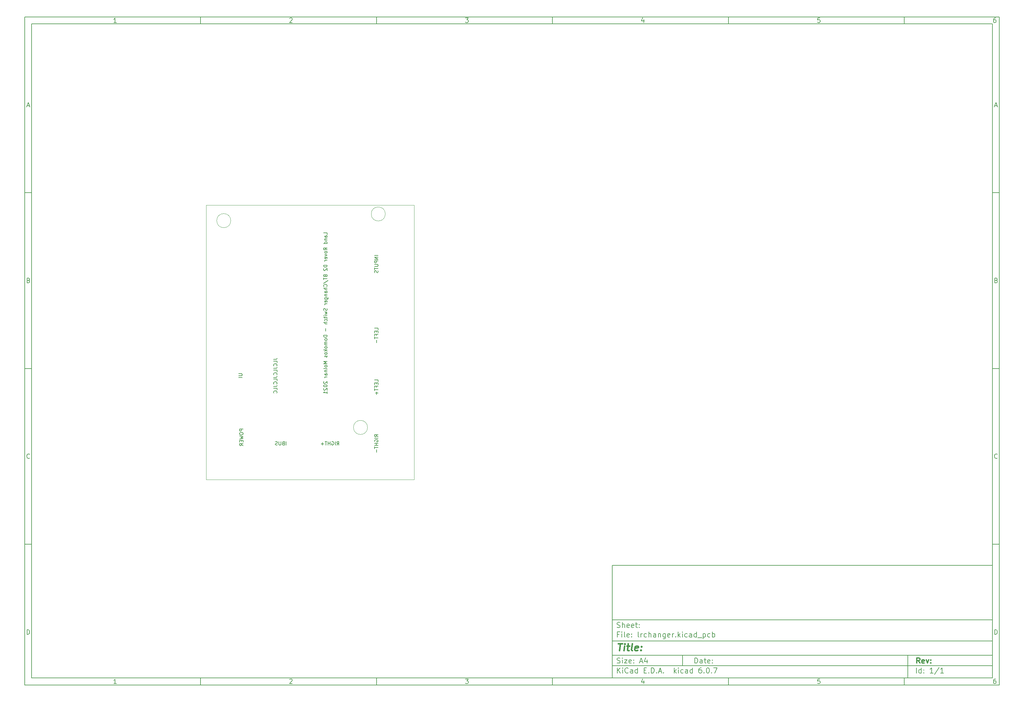
<source format=gbr>
%TF.GenerationSoftware,KiCad,Pcbnew,6.0.7*%
%TF.CreationDate,2022-10-17T15:43:20+02:00*%
%TF.ProjectId,lrchanger,6c726368-616e-4676-9572-2e6b69636164,rev?*%
%TF.SameCoordinates,Original*%
%TF.FileFunction,Legend,Bot*%
%TF.FilePolarity,Positive*%
%FSLAX46Y46*%
G04 Gerber Fmt 4.6, Leading zero omitted, Abs format (unit mm)*
G04 Created by KiCad (PCBNEW 6.0.7) date 2022-10-17 15:43:20*
%MOMM*%
%LPD*%
G01*
G04 APERTURE LIST*
%ADD10C,0.100000*%
%ADD11C,0.150000*%
%ADD12C,0.300000*%
%ADD13C,0.400000*%
%TA.AperFunction,Profile*%
%ADD14C,0.050000*%
%TD*%
G04 APERTURE END LIST*
D10*
D11*
X177002200Y-166007200D02*
X177002200Y-198007200D01*
X285002200Y-198007200D01*
X285002200Y-166007200D01*
X177002200Y-166007200D01*
D10*
D11*
X10000000Y-10000000D02*
X10000000Y-200007200D01*
X287002200Y-200007200D01*
X287002200Y-10000000D01*
X10000000Y-10000000D01*
D10*
D11*
X12000000Y-12000000D02*
X12000000Y-198007200D01*
X285002200Y-198007200D01*
X285002200Y-12000000D01*
X12000000Y-12000000D01*
D10*
D11*
X60000000Y-12000000D02*
X60000000Y-10000000D01*
D10*
D11*
X110000000Y-12000000D02*
X110000000Y-10000000D01*
D10*
D11*
X160000000Y-12000000D02*
X160000000Y-10000000D01*
D10*
D11*
X210000000Y-12000000D02*
X210000000Y-10000000D01*
D10*
D11*
X260000000Y-12000000D02*
X260000000Y-10000000D01*
D10*
D11*
X36065476Y-11588095D02*
X35322619Y-11588095D01*
X35694047Y-11588095D02*
X35694047Y-10288095D01*
X35570238Y-10473809D01*
X35446428Y-10597619D01*
X35322619Y-10659523D01*
D10*
D11*
X85322619Y-10411904D02*
X85384523Y-10350000D01*
X85508333Y-10288095D01*
X85817857Y-10288095D01*
X85941666Y-10350000D01*
X86003571Y-10411904D01*
X86065476Y-10535714D01*
X86065476Y-10659523D01*
X86003571Y-10845238D01*
X85260714Y-11588095D01*
X86065476Y-11588095D01*
D10*
D11*
X135260714Y-10288095D02*
X136065476Y-10288095D01*
X135632142Y-10783333D01*
X135817857Y-10783333D01*
X135941666Y-10845238D01*
X136003571Y-10907142D01*
X136065476Y-11030952D01*
X136065476Y-11340476D01*
X136003571Y-11464285D01*
X135941666Y-11526190D01*
X135817857Y-11588095D01*
X135446428Y-11588095D01*
X135322619Y-11526190D01*
X135260714Y-11464285D01*
D10*
D11*
X185941666Y-10721428D02*
X185941666Y-11588095D01*
X185632142Y-10226190D02*
X185322619Y-11154761D01*
X186127380Y-11154761D01*
D10*
D11*
X236003571Y-10288095D02*
X235384523Y-10288095D01*
X235322619Y-10907142D01*
X235384523Y-10845238D01*
X235508333Y-10783333D01*
X235817857Y-10783333D01*
X235941666Y-10845238D01*
X236003571Y-10907142D01*
X236065476Y-11030952D01*
X236065476Y-11340476D01*
X236003571Y-11464285D01*
X235941666Y-11526190D01*
X235817857Y-11588095D01*
X235508333Y-11588095D01*
X235384523Y-11526190D01*
X235322619Y-11464285D01*
D10*
D11*
X285941666Y-10288095D02*
X285694047Y-10288095D01*
X285570238Y-10350000D01*
X285508333Y-10411904D01*
X285384523Y-10597619D01*
X285322619Y-10845238D01*
X285322619Y-11340476D01*
X285384523Y-11464285D01*
X285446428Y-11526190D01*
X285570238Y-11588095D01*
X285817857Y-11588095D01*
X285941666Y-11526190D01*
X286003571Y-11464285D01*
X286065476Y-11340476D01*
X286065476Y-11030952D01*
X286003571Y-10907142D01*
X285941666Y-10845238D01*
X285817857Y-10783333D01*
X285570238Y-10783333D01*
X285446428Y-10845238D01*
X285384523Y-10907142D01*
X285322619Y-11030952D01*
D10*
D11*
X60000000Y-198007200D02*
X60000000Y-200007200D01*
D10*
D11*
X110000000Y-198007200D02*
X110000000Y-200007200D01*
D10*
D11*
X160000000Y-198007200D02*
X160000000Y-200007200D01*
D10*
D11*
X210000000Y-198007200D02*
X210000000Y-200007200D01*
D10*
D11*
X260000000Y-198007200D02*
X260000000Y-200007200D01*
D10*
D11*
X36065476Y-199595295D02*
X35322619Y-199595295D01*
X35694047Y-199595295D02*
X35694047Y-198295295D01*
X35570238Y-198481009D01*
X35446428Y-198604819D01*
X35322619Y-198666723D01*
D10*
D11*
X85322619Y-198419104D02*
X85384523Y-198357200D01*
X85508333Y-198295295D01*
X85817857Y-198295295D01*
X85941666Y-198357200D01*
X86003571Y-198419104D01*
X86065476Y-198542914D01*
X86065476Y-198666723D01*
X86003571Y-198852438D01*
X85260714Y-199595295D01*
X86065476Y-199595295D01*
D10*
D11*
X135260714Y-198295295D02*
X136065476Y-198295295D01*
X135632142Y-198790533D01*
X135817857Y-198790533D01*
X135941666Y-198852438D01*
X136003571Y-198914342D01*
X136065476Y-199038152D01*
X136065476Y-199347676D01*
X136003571Y-199471485D01*
X135941666Y-199533390D01*
X135817857Y-199595295D01*
X135446428Y-199595295D01*
X135322619Y-199533390D01*
X135260714Y-199471485D01*
D10*
D11*
X185941666Y-198728628D02*
X185941666Y-199595295D01*
X185632142Y-198233390D02*
X185322619Y-199161961D01*
X186127380Y-199161961D01*
D10*
D11*
X236003571Y-198295295D02*
X235384523Y-198295295D01*
X235322619Y-198914342D01*
X235384523Y-198852438D01*
X235508333Y-198790533D01*
X235817857Y-198790533D01*
X235941666Y-198852438D01*
X236003571Y-198914342D01*
X236065476Y-199038152D01*
X236065476Y-199347676D01*
X236003571Y-199471485D01*
X235941666Y-199533390D01*
X235817857Y-199595295D01*
X235508333Y-199595295D01*
X235384523Y-199533390D01*
X235322619Y-199471485D01*
D10*
D11*
X285941666Y-198295295D02*
X285694047Y-198295295D01*
X285570238Y-198357200D01*
X285508333Y-198419104D01*
X285384523Y-198604819D01*
X285322619Y-198852438D01*
X285322619Y-199347676D01*
X285384523Y-199471485D01*
X285446428Y-199533390D01*
X285570238Y-199595295D01*
X285817857Y-199595295D01*
X285941666Y-199533390D01*
X286003571Y-199471485D01*
X286065476Y-199347676D01*
X286065476Y-199038152D01*
X286003571Y-198914342D01*
X285941666Y-198852438D01*
X285817857Y-198790533D01*
X285570238Y-198790533D01*
X285446428Y-198852438D01*
X285384523Y-198914342D01*
X285322619Y-199038152D01*
D10*
D11*
X10000000Y-60000000D02*
X12000000Y-60000000D01*
D10*
D11*
X10000000Y-110000000D02*
X12000000Y-110000000D01*
D10*
D11*
X10000000Y-160000000D02*
X12000000Y-160000000D01*
D10*
D11*
X10690476Y-35216666D02*
X11309523Y-35216666D01*
X10566666Y-35588095D02*
X11000000Y-34288095D01*
X11433333Y-35588095D01*
D10*
D11*
X11092857Y-84907142D02*
X11278571Y-84969047D01*
X11340476Y-85030952D01*
X11402380Y-85154761D01*
X11402380Y-85340476D01*
X11340476Y-85464285D01*
X11278571Y-85526190D01*
X11154761Y-85588095D01*
X10659523Y-85588095D01*
X10659523Y-84288095D01*
X11092857Y-84288095D01*
X11216666Y-84350000D01*
X11278571Y-84411904D01*
X11340476Y-84535714D01*
X11340476Y-84659523D01*
X11278571Y-84783333D01*
X11216666Y-84845238D01*
X11092857Y-84907142D01*
X10659523Y-84907142D01*
D10*
D11*
X11402380Y-135464285D02*
X11340476Y-135526190D01*
X11154761Y-135588095D01*
X11030952Y-135588095D01*
X10845238Y-135526190D01*
X10721428Y-135402380D01*
X10659523Y-135278571D01*
X10597619Y-135030952D01*
X10597619Y-134845238D01*
X10659523Y-134597619D01*
X10721428Y-134473809D01*
X10845238Y-134350000D01*
X11030952Y-134288095D01*
X11154761Y-134288095D01*
X11340476Y-134350000D01*
X11402380Y-134411904D01*
D10*
D11*
X10659523Y-185588095D02*
X10659523Y-184288095D01*
X10969047Y-184288095D01*
X11154761Y-184350000D01*
X11278571Y-184473809D01*
X11340476Y-184597619D01*
X11402380Y-184845238D01*
X11402380Y-185030952D01*
X11340476Y-185278571D01*
X11278571Y-185402380D01*
X11154761Y-185526190D01*
X10969047Y-185588095D01*
X10659523Y-185588095D01*
D10*
D11*
X287002200Y-60000000D02*
X285002200Y-60000000D01*
D10*
D11*
X287002200Y-110000000D02*
X285002200Y-110000000D01*
D10*
D11*
X287002200Y-160000000D02*
X285002200Y-160000000D01*
D10*
D11*
X285692676Y-35216666D02*
X286311723Y-35216666D01*
X285568866Y-35588095D02*
X286002200Y-34288095D01*
X286435533Y-35588095D01*
D10*
D11*
X286095057Y-84907142D02*
X286280771Y-84969047D01*
X286342676Y-85030952D01*
X286404580Y-85154761D01*
X286404580Y-85340476D01*
X286342676Y-85464285D01*
X286280771Y-85526190D01*
X286156961Y-85588095D01*
X285661723Y-85588095D01*
X285661723Y-84288095D01*
X286095057Y-84288095D01*
X286218866Y-84350000D01*
X286280771Y-84411904D01*
X286342676Y-84535714D01*
X286342676Y-84659523D01*
X286280771Y-84783333D01*
X286218866Y-84845238D01*
X286095057Y-84907142D01*
X285661723Y-84907142D01*
D10*
D11*
X286404580Y-135464285D02*
X286342676Y-135526190D01*
X286156961Y-135588095D01*
X286033152Y-135588095D01*
X285847438Y-135526190D01*
X285723628Y-135402380D01*
X285661723Y-135278571D01*
X285599819Y-135030952D01*
X285599819Y-134845238D01*
X285661723Y-134597619D01*
X285723628Y-134473809D01*
X285847438Y-134350000D01*
X286033152Y-134288095D01*
X286156961Y-134288095D01*
X286342676Y-134350000D01*
X286404580Y-134411904D01*
D10*
D11*
X285661723Y-185588095D02*
X285661723Y-184288095D01*
X285971247Y-184288095D01*
X286156961Y-184350000D01*
X286280771Y-184473809D01*
X286342676Y-184597619D01*
X286404580Y-184845238D01*
X286404580Y-185030952D01*
X286342676Y-185278571D01*
X286280771Y-185402380D01*
X286156961Y-185526190D01*
X285971247Y-185588095D01*
X285661723Y-185588095D01*
D10*
D11*
X200434342Y-193785771D02*
X200434342Y-192285771D01*
X200791485Y-192285771D01*
X201005771Y-192357200D01*
X201148628Y-192500057D01*
X201220057Y-192642914D01*
X201291485Y-192928628D01*
X201291485Y-193142914D01*
X201220057Y-193428628D01*
X201148628Y-193571485D01*
X201005771Y-193714342D01*
X200791485Y-193785771D01*
X200434342Y-193785771D01*
X202577200Y-193785771D02*
X202577200Y-193000057D01*
X202505771Y-192857200D01*
X202362914Y-192785771D01*
X202077200Y-192785771D01*
X201934342Y-192857200D01*
X202577200Y-193714342D02*
X202434342Y-193785771D01*
X202077200Y-193785771D01*
X201934342Y-193714342D01*
X201862914Y-193571485D01*
X201862914Y-193428628D01*
X201934342Y-193285771D01*
X202077200Y-193214342D01*
X202434342Y-193214342D01*
X202577200Y-193142914D01*
X203077200Y-192785771D02*
X203648628Y-192785771D01*
X203291485Y-192285771D02*
X203291485Y-193571485D01*
X203362914Y-193714342D01*
X203505771Y-193785771D01*
X203648628Y-193785771D01*
X204720057Y-193714342D02*
X204577200Y-193785771D01*
X204291485Y-193785771D01*
X204148628Y-193714342D01*
X204077200Y-193571485D01*
X204077200Y-193000057D01*
X204148628Y-192857200D01*
X204291485Y-192785771D01*
X204577200Y-192785771D01*
X204720057Y-192857200D01*
X204791485Y-193000057D01*
X204791485Y-193142914D01*
X204077200Y-193285771D01*
X205434342Y-193642914D02*
X205505771Y-193714342D01*
X205434342Y-193785771D01*
X205362914Y-193714342D01*
X205434342Y-193642914D01*
X205434342Y-193785771D01*
X205434342Y-192857200D02*
X205505771Y-192928628D01*
X205434342Y-193000057D01*
X205362914Y-192928628D01*
X205434342Y-192857200D01*
X205434342Y-193000057D01*
D10*
D11*
X177002200Y-194507200D02*
X285002200Y-194507200D01*
D10*
D11*
X178434342Y-196585771D02*
X178434342Y-195085771D01*
X179291485Y-196585771D02*
X178648628Y-195728628D01*
X179291485Y-195085771D02*
X178434342Y-195942914D01*
X179934342Y-196585771D02*
X179934342Y-195585771D01*
X179934342Y-195085771D02*
X179862914Y-195157200D01*
X179934342Y-195228628D01*
X180005771Y-195157200D01*
X179934342Y-195085771D01*
X179934342Y-195228628D01*
X181505771Y-196442914D02*
X181434342Y-196514342D01*
X181220057Y-196585771D01*
X181077200Y-196585771D01*
X180862914Y-196514342D01*
X180720057Y-196371485D01*
X180648628Y-196228628D01*
X180577200Y-195942914D01*
X180577200Y-195728628D01*
X180648628Y-195442914D01*
X180720057Y-195300057D01*
X180862914Y-195157200D01*
X181077200Y-195085771D01*
X181220057Y-195085771D01*
X181434342Y-195157200D01*
X181505771Y-195228628D01*
X182791485Y-196585771D02*
X182791485Y-195800057D01*
X182720057Y-195657200D01*
X182577200Y-195585771D01*
X182291485Y-195585771D01*
X182148628Y-195657200D01*
X182791485Y-196514342D02*
X182648628Y-196585771D01*
X182291485Y-196585771D01*
X182148628Y-196514342D01*
X182077200Y-196371485D01*
X182077200Y-196228628D01*
X182148628Y-196085771D01*
X182291485Y-196014342D01*
X182648628Y-196014342D01*
X182791485Y-195942914D01*
X184148628Y-196585771D02*
X184148628Y-195085771D01*
X184148628Y-196514342D02*
X184005771Y-196585771D01*
X183720057Y-196585771D01*
X183577200Y-196514342D01*
X183505771Y-196442914D01*
X183434342Y-196300057D01*
X183434342Y-195871485D01*
X183505771Y-195728628D01*
X183577200Y-195657200D01*
X183720057Y-195585771D01*
X184005771Y-195585771D01*
X184148628Y-195657200D01*
X186005771Y-195800057D02*
X186505771Y-195800057D01*
X186720057Y-196585771D02*
X186005771Y-196585771D01*
X186005771Y-195085771D01*
X186720057Y-195085771D01*
X187362914Y-196442914D02*
X187434342Y-196514342D01*
X187362914Y-196585771D01*
X187291485Y-196514342D01*
X187362914Y-196442914D01*
X187362914Y-196585771D01*
X188077200Y-196585771D02*
X188077200Y-195085771D01*
X188434342Y-195085771D01*
X188648628Y-195157200D01*
X188791485Y-195300057D01*
X188862914Y-195442914D01*
X188934342Y-195728628D01*
X188934342Y-195942914D01*
X188862914Y-196228628D01*
X188791485Y-196371485D01*
X188648628Y-196514342D01*
X188434342Y-196585771D01*
X188077200Y-196585771D01*
X189577200Y-196442914D02*
X189648628Y-196514342D01*
X189577200Y-196585771D01*
X189505771Y-196514342D01*
X189577200Y-196442914D01*
X189577200Y-196585771D01*
X190220057Y-196157200D02*
X190934342Y-196157200D01*
X190077200Y-196585771D02*
X190577200Y-195085771D01*
X191077200Y-196585771D01*
X191577200Y-196442914D02*
X191648628Y-196514342D01*
X191577200Y-196585771D01*
X191505771Y-196514342D01*
X191577200Y-196442914D01*
X191577200Y-196585771D01*
X194577200Y-196585771D02*
X194577200Y-195085771D01*
X194720057Y-196014342D02*
X195148628Y-196585771D01*
X195148628Y-195585771D02*
X194577200Y-196157200D01*
X195791485Y-196585771D02*
X195791485Y-195585771D01*
X195791485Y-195085771D02*
X195720057Y-195157200D01*
X195791485Y-195228628D01*
X195862914Y-195157200D01*
X195791485Y-195085771D01*
X195791485Y-195228628D01*
X197148628Y-196514342D02*
X197005771Y-196585771D01*
X196720057Y-196585771D01*
X196577200Y-196514342D01*
X196505771Y-196442914D01*
X196434342Y-196300057D01*
X196434342Y-195871485D01*
X196505771Y-195728628D01*
X196577200Y-195657200D01*
X196720057Y-195585771D01*
X197005771Y-195585771D01*
X197148628Y-195657200D01*
X198434342Y-196585771D02*
X198434342Y-195800057D01*
X198362914Y-195657200D01*
X198220057Y-195585771D01*
X197934342Y-195585771D01*
X197791485Y-195657200D01*
X198434342Y-196514342D02*
X198291485Y-196585771D01*
X197934342Y-196585771D01*
X197791485Y-196514342D01*
X197720057Y-196371485D01*
X197720057Y-196228628D01*
X197791485Y-196085771D01*
X197934342Y-196014342D01*
X198291485Y-196014342D01*
X198434342Y-195942914D01*
X199791485Y-196585771D02*
X199791485Y-195085771D01*
X199791485Y-196514342D02*
X199648628Y-196585771D01*
X199362914Y-196585771D01*
X199220057Y-196514342D01*
X199148628Y-196442914D01*
X199077200Y-196300057D01*
X199077200Y-195871485D01*
X199148628Y-195728628D01*
X199220057Y-195657200D01*
X199362914Y-195585771D01*
X199648628Y-195585771D01*
X199791485Y-195657200D01*
X202291485Y-195085771D02*
X202005771Y-195085771D01*
X201862914Y-195157200D01*
X201791485Y-195228628D01*
X201648628Y-195442914D01*
X201577200Y-195728628D01*
X201577200Y-196300057D01*
X201648628Y-196442914D01*
X201720057Y-196514342D01*
X201862914Y-196585771D01*
X202148628Y-196585771D01*
X202291485Y-196514342D01*
X202362914Y-196442914D01*
X202434342Y-196300057D01*
X202434342Y-195942914D01*
X202362914Y-195800057D01*
X202291485Y-195728628D01*
X202148628Y-195657200D01*
X201862914Y-195657200D01*
X201720057Y-195728628D01*
X201648628Y-195800057D01*
X201577200Y-195942914D01*
X203077200Y-196442914D02*
X203148628Y-196514342D01*
X203077200Y-196585771D01*
X203005771Y-196514342D01*
X203077200Y-196442914D01*
X203077200Y-196585771D01*
X204077200Y-195085771D02*
X204220057Y-195085771D01*
X204362914Y-195157200D01*
X204434342Y-195228628D01*
X204505771Y-195371485D01*
X204577200Y-195657200D01*
X204577200Y-196014342D01*
X204505771Y-196300057D01*
X204434342Y-196442914D01*
X204362914Y-196514342D01*
X204220057Y-196585771D01*
X204077200Y-196585771D01*
X203934342Y-196514342D01*
X203862914Y-196442914D01*
X203791485Y-196300057D01*
X203720057Y-196014342D01*
X203720057Y-195657200D01*
X203791485Y-195371485D01*
X203862914Y-195228628D01*
X203934342Y-195157200D01*
X204077200Y-195085771D01*
X205220057Y-196442914D02*
X205291485Y-196514342D01*
X205220057Y-196585771D01*
X205148628Y-196514342D01*
X205220057Y-196442914D01*
X205220057Y-196585771D01*
X205791485Y-195085771D02*
X206791485Y-195085771D01*
X206148628Y-196585771D01*
D10*
D11*
X177002200Y-191507200D02*
X285002200Y-191507200D01*
D10*
D12*
X264411485Y-193785771D02*
X263911485Y-193071485D01*
X263554342Y-193785771D02*
X263554342Y-192285771D01*
X264125771Y-192285771D01*
X264268628Y-192357200D01*
X264340057Y-192428628D01*
X264411485Y-192571485D01*
X264411485Y-192785771D01*
X264340057Y-192928628D01*
X264268628Y-193000057D01*
X264125771Y-193071485D01*
X263554342Y-193071485D01*
X265625771Y-193714342D02*
X265482914Y-193785771D01*
X265197200Y-193785771D01*
X265054342Y-193714342D01*
X264982914Y-193571485D01*
X264982914Y-193000057D01*
X265054342Y-192857200D01*
X265197200Y-192785771D01*
X265482914Y-192785771D01*
X265625771Y-192857200D01*
X265697200Y-193000057D01*
X265697200Y-193142914D01*
X264982914Y-193285771D01*
X266197200Y-192785771D02*
X266554342Y-193785771D01*
X266911485Y-192785771D01*
X267482914Y-193642914D02*
X267554342Y-193714342D01*
X267482914Y-193785771D01*
X267411485Y-193714342D01*
X267482914Y-193642914D01*
X267482914Y-193785771D01*
X267482914Y-192857200D02*
X267554342Y-192928628D01*
X267482914Y-193000057D01*
X267411485Y-192928628D01*
X267482914Y-192857200D01*
X267482914Y-193000057D01*
D10*
D11*
X178362914Y-193714342D02*
X178577200Y-193785771D01*
X178934342Y-193785771D01*
X179077200Y-193714342D01*
X179148628Y-193642914D01*
X179220057Y-193500057D01*
X179220057Y-193357200D01*
X179148628Y-193214342D01*
X179077200Y-193142914D01*
X178934342Y-193071485D01*
X178648628Y-193000057D01*
X178505771Y-192928628D01*
X178434342Y-192857200D01*
X178362914Y-192714342D01*
X178362914Y-192571485D01*
X178434342Y-192428628D01*
X178505771Y-192357200D01*
X178648628Y-192285771D01*
X179005771Y-192285771D01*
X179220057Y-192357200D01*
X179862914Y-193785771D02*
X179862914Y-192785771D01*
X179862914Y-192285771D02*
X179791485Y-192357200D01*
X179862914Y-192428628D01*
X179934342Y-192357200D01*
X179862914Y-192285771D01*
X179862914Y-192428628D01*
X180434342Y-192785771D02*
X181220057Y-192785771D01*
X180434342Y-193785771D01*
X181220057Y-193785771D01*
X182362914Y-193714342D02*
X182220057Y-193785771D01*
X181934342Y-193785771D01*
X181791485Y-193714342D01*
X181720057Y-193571485D01*
X181720057Y-193000057D01*
X181791485Y-192857200D01*
X181934342Y-192785771D01*
X182220057Y-192785771D01*
X182362914Y-192857200D01*
X182434342Y-193000057D01*
X182434342Y-193142914D01*
X181720057Y-193285771D01*
X183077200Y-193642914D02*
X183148628Y-193714342D01*
X183077200Y-193785771D01*
X183005771Y-193714342D01*
X183077200Y-193642914D01*
X183077200Y-193785771D01*
X183077200Y-192857200D02*
X183148628Y-192928628D01*
X183077200Y-193000057D01*
X183005771Y-192928628D01*
X183077200Y-192857200D01*
X183077200Y-193000057D01*
X184862914Y-193357200D02*
X185577200Y-193357200D01*
X184720057Y-193785771D02*
X185220057Y-192285771D01*
X185720057Y-193785771D01*
X186862914Y-192785771D02*
X186862914Y-193785771D01*
X186505771Y-192214342D02*
X186148628Y-193285771D01*
X187077200Y-193285771D01*
D10*
D11*
X263434342Y-196585771D02*
X263434342Y-195085771D01*
X264791485Y-196585771D02*
X264791485Y-195085771D01*
X264791485Y-196514342D02*
X264648628Y-196585771D01*
X264362914Y-196585771D01*
X264220057Y-196514342D01*
X264148628Y-196442914D01*
X264077200Y-196300057D01*
X264077200Y-195871485D01*
X264148628Y-195728628D01*
X264220057Y-195657200D01*
X264362914Y-195585771D01*
X264648628Y-195585771D01*
X264791485Y-195657200D01*
X265505771Y-196442914D02*
X265577200Y-196514342D01*
X265505771Y-196585771D01*
X265434342Y-196514342D01*
X265505771Y-196442914D01*
X265505771Y-196585771D01*
X265505771Y-195657200D02*
X265577200Y-195728628D01*
X265505771Y-195800057D01*
X265434342Y-195728628D01*
X265505771Y-195657200D01*
X265505771Y-195800057D01*
X268148628Y-196585771D02*
X267291485Y-196585771D01*
X267720057Y-196585771D02*
X267720057Y-195085771D01*
X267577200Y-195300057D01*
X267434342Y-195442914D01*
X267291485Y-195514342D01*
X269862914Y-195014342D02*
X268577200Y-196942914D01*
X271148628Y-196585771D02*
X270291485Y-196585771D01*
X270720057Y-196585771D02*
X270720057Y-195085771D01*
X270577200Y-195300057D01*
X270434342Y-195442914D01*
X270291485Y-195514342D01*
D10*
D11*
X177002200Y-187507200D02*
X285002200Y-187507200D01*
D10*
D13*
X178714580Y-188211961D02*
X179857438Y-188211961D01*
X179036009Y-190211961D02*
X179286009Y-188211961D01*
X180274104Y-190211961D02*
X180440771Y-188878628D01*
X180524104Y-188211961D02*
X180416961Y-188307200D01*
X180500295Y-188402438D01*
X180607438Y-188307200D01*
X180524104Y-188211961D01*
X180500295Y-188402438D01*
X181107438Y-188878628D02*
X181869342Y-188878628D01*
X181476485Y-188211961D02*
X181262200Y-189926247D01*
X181333628Y-190116723D01*
X181512200Y-190211961D01*
X181702676Y-190211961D01*
X182655057Y-190211961D02*
X182476485Y-190116723D01*
X182405057Y-189926247D01*
X182619342Y-188211961D01*
X184190771Y-190116723D02*
X183988390Y-190211961D01*
X183607438Y-190211961D01*
X183428866Y-190116723D01*
X183357438Y-189926247D01*
X183452676Y-189164342D01*
X183571723Y-188973866D01*
X183774104Y-188878628D01*
X184155057Y-188878628D01*
X184333628Y-188973866D01*
X184405057Y-189164342D01*
X184381247Y-189354819D01*
X183405057Y-189545295D01*
X185155057Y-190021485D02*
X185238390Y-190116723D01*
X185131247Y-190211961D01*
X185047914Y-190116723D01*
X185155057Y-190021485D01*
X185131247Y-190211961D01*
X185286009Y-188973866D02*
X185369342Y-189069104D01*
X185262200Y-189164342D01*
X185178866Y-189069104D01*
X185286009Y-188973866D01*
X185262200Y-189164342D01*
D10*
D11*
X178934342Y-185600057D02*
X178434342Y-185600057D01*
X178434342Y-186385771D02*
X178434342Y-184885771D01*
X179148628Y-184885771D01*
X179720057Y-186385771D02*
X179720057Y-185385771D01*
X179720057Y-184885771D02*
X179648628Y-184957200D01*
X179720057Y-185028628D01*
X179791485Y-184957200D01*
X179720057Y-184885771D01*
X179720057Y-185028628D01*
X180648628Y-186385771D02*
X180505771Y-186314342D01*
X180434342Y-186171485D01*
X180434342Y-184885771D01*
X181791485Y-186314342D02*
X181648628Y-186385771D01*
X181362914Y-186385771D01*
X181220057Y-186314342D01*
X181148628Y-186171485D01*
X181148628Y-185600057D01*
X181220057Y-185457200D01*
X181362914Y-185385771D01*
X181648628Y-185385771D01*
X181791485Y-185457200D01*
X181862914Y-185600057D01*
X181862914Y-185742914D01*
X181148628Y-185885771D01*
X182505771Y-186242914D02*
X182577200Y-186314342D01*
X182505771Y-186385771D01*
X182434342Y-186314342D01*
X182505771Y-186242914D01*
X182505771Y-186385771D01*
X182505771Y-185457200D02*
X182577200Y-185528628D01*
X182505771Y-185600057D01*
X182434342Y-185528628D01*
X182505771Y-185457200D01*
X182505771Y-185600057D01*
X184577200Y-186385771D02*
X184434342Y-186314342D01*
X184362914Y-186171485D01*
X184362914Y-184885771D01*
X185148628Y-186385771D02*
X185148628Y-185385771D01*
X185148628Y-185671485D02*
X185220057Y-185528628D01*
X185291485Y-185457200D01*
X185434342Y-185385771D01*
X185577200Y-185385771D01*
X186720057Y-186314342D02*
X186577200Y-186385771D01*
X186291485Y-186385771D01*
X186148628Y-186314342D01*
X186077200Y-186242914D01*
X186005771Y-186100057D01*
X186005771Y-185671485D01*
X186077200Y-185528628D01*
X186148628Y-185457200D01*
X186291485Y-185385771D01*
X186577200Y-185385771D01*
X186720057Y-185457200D01*
X187362914Y-186385771D02*
X187362914Y-184885771D01*
X188005771Y-186385771D02*
X188005771Y-185600057D01*
X187934342Y-185457200D01*
X187791485Y-185385771D01*
X187577200Y-185385771D01*
X187434342Y-185457200D01*
X187362914Y-185528628D01*
X189362914Y-186385771D02*
X189362914Y-185600057D01*
X189291485Y-185457200D01*
X189148628Y-185385771D01*
X188862914Y-185385771D01*
X188720057Y-185457200D01*
X189362914Y-186314342D02*
X189220057Y-186385771D01*
X188862914Y-186385771D01*
X188720057Y-186314342D01*
X188648628Y-186171485D01*
X188648628Y-186028628D01*
X188720057Y-185885771D01*
X188862914Y-185814342D01*
X189220057Y-185814342D01*
X189362914Y-185742914D01*
X190077200Y-185385771D02*
X190077200Y-186385771D01*
X190077200Y-185528628D02*
X190148628Y-185457200D01*
X190291485Y-185385771D01*
X190505771Y-185385771D01*
X190648628Y-185457200D01*
X190720057Y-185600057D01*
X190720057Y-186385771D01*
X192077200Y-185385771D02*
X192077200Y-186600057D01*
X192005771Y-186742914D01*
X191934342Y-186814342D01*
X191791485Y-186885771D01*
X191577200Y-186885771D01*
X191434342Y-186814342D01*
X192077200Y-186314342D02*
X191934342Y-186385771D01*
X191648628Y-186385771D01*
X191505771Y-186314342D01*
X191434342Y-186242914D01*
X191362914Y-186100057D01*
X191362914Y-185671485D01*
X191434342Y-185528628D01*
X191505771Y-185457200D01*
X191648628Y-185385771D01*
X191934342Y-185385771D01*
X192077200Y-185457200D01*
X193362914Y-186314342D02*
X193220057Y-186385771D01*
X192934342Y-186385771D01*
X192791485Y-186314342D01*
X192720057Y-186171485D01*
X192720057Y-185600057D01*
X192791485Y-185457200D01*
X192934342Y-185385771D01*
X193220057Y-185385771D01*
X193362914Y-185457200D01*
X193434342Y-185600057D01*
X193434342Y-185742914D01*
X192720057Y-185885771D01*
X194077200Y-186385771D02*
X194077200Y-185385771D01*
X194077200Y-185671485D02*
X194148628Y-185528628D01*
X194220057Y-185457200D01*
X194362914Y-185385771D01*
X194505771Y-185385771D01*
X195005771Y-186242914D02*
X195077200Y-186314342D01*
X195005771Y-186385771D01*
X194934342Y-186314342D01*
X195005771Y-186242914D01*
X195005771Y-186385771D01*
X195720057Y-186385771D02*
X195720057Y-184885771D01*
X195862914Y-185814342D02*
X196291485Y-186385771D01*
X196291485Y-185385771D02*
X195720057Y-185957200D01*
X196934342Y-186385771D02*
X196934342Y-185385771D01*
X196934342Y-184885771D02*
X196862914Y-184957200D01*
X196934342Y-185028628D01*
X197005771Y-184957200D01*
X196934342Y-184885771D01*
X196934342Y-185028628D01*
X198291485Y-186314342D02*
X198148628Y-186385771D01*
X197862914Y-186385771D01*
X197720057Y-186314342D01*
X197648628Y-186242914D01*
X197577200Y-186100057D01*
X197577200Y-185671485D01*
X197648628Y-185528628D01*
X197720057Y-185457200D01*
X197862914Y-185385771D01*
X198148628Y-185385771D01*
X198291485Y-185457200D01*
X199577200Y-186385771D02*
X199577200Y-185600057D01*
X199505771Y-185457200D01*
X199362914Y-185385771D01*
X199077200Y-185385771D01*
X198934342Y-185457200D01*
X199577200Y-186314342D02*
X199434342Y-186385771D01*
X199077200Y-186385771D01*
X198934342Y-186314342D01*
X198862914Y-186171485D01*
X198862914Y-186028628D01*
X198934342Y-185885771D01*
X199077200Y-185814342D01*
X199434342Y-185814342D01*
X199577200Y-185742914D01*
X200934342Y-186385771D02*
X200934342Y-184885771D01*
X200934342Y-186314342D02*
X200791485Y-186385771D01*
X200505771Y-186385771D01*
X200362914Y-186314342D01*
X200291485Y-186242914D01*
X200220057Y-186100057D01*
X200220057Y-185671485D01*
X200291485Y-185528628D01*
X200362914Y-185457200D01*
X200505771Y-185385771D01*
X200791485Y-185385771D01*
X200934342Y-185457200D01*
X201291485Y-186528628D02*
X202434342Y-186528628D01*
X202791485Y-185385771D02*
X202791485Y-186885771D01*
X202791485Y-185457200D02*
X202934342Y-185385771D01*
X203220057Y-185385771D01*
X203362914Y-185457200D01*
X203434342Y-185528628D01*
X203505771Y-185671485D01*
X203505771Y-186100057D01*
X203434342Y-186242914D01*
X203362914Y-186314342D01*
X203220057Y-186385771D01*
X202934342Y-186385771D01*
X202791485Y-186314342D01*
X204791485Y-186314342D02*
X204648628Y-186385771D01*
X204362914Y-186385771D01*
X204220057Y-186314342D01*
X204148628Y-186242914D01*
X204077200Y-186100057D01*
X204077200Y-185671485D01*
X204148628Y-185528628D01*
X204220057Y-185457200D01*
X204362914Y-185385771D01*
X204648628Y-185385771D01*
X204791485Y-185457200D01*
X205434342Y-186385771D02*
X205434342Y-184885771D01*
X205434342Y-185457200D02*
X205577200Y-185385771D01*
X205862914Y-185385771D01*
X206005771Y-185457200D01*
X206077200Y-185528628D01*
X206148628Y-185671485D01*
X206148628Y-186100057D01*
X206077200Y-186242914D01*
X206005771Y-186314342D01*
X205862914Y-186385771D01*
X205577200Y-186385771D01*
X205434342Y-186314342D01*
D10*
D11*
X177002200Y-181507200D02*
X285002200Y-181507200D01*
D10*
D11*
X178362914Y-183614342D02*
X178577200Y-183685771D01*
X178934342Y-183685771D01*
X179077200Y-183614342D01*
X179148628Y-183542914D01*
X179220057Y-183400057D01*
X179220057Y-183257200D01*
X179148628Y-183114342D01*
X179077200Y-183042914D01*
X178934342Y-182971485D01*
X178648628Y-182900057D01*
X178505771Y-182828628D01*
X178434342Y-182757200D01*
X178362914Y-182614342D01*
X178362914Y-182471485D01*
X178434342Y-182328628D01*
X178505771Y-182257200D01*
X178648628Y-182185771D01*
X179005771Y-182185771D01*
X179220057Y-182257200D01*
X179862914Y-183685771D02*
X179862914Y-182185771D01*
X180505771Y-183685771D02*
X180505771Y-182900057D01*
X180434342Y-182757200D01*
X180291485Y-182685771D01*
X180077200Y-182685771D01*
X179934342Y-182757200D01*
X179862914Y-182828628D01*
X181791485Y-183614342D02*
X181648628Y-183685771D01*
X181362914Y-183685771D01*
X181220057Y-183614342D01*
X181148628Y-183471485D01*
X181148628Y-182900057D01*
X181220057Y-182757200D01*
X181362914Y-182685771D01*
X181648628Y-182685771D01*
X181791485Y-182757200D01*
X181862914Y-182900057D01*
X181862914Y-183042914D01*
X181148628Y-183185771D01*
X183077200Y-183614342D02*
X182934342Y-183685771D01*
X182648628Y-183685771D01*
X182505771Y-183614342D01*
X182434342Y-183471485D01*
X182434342Y-182900057D01*
X182505771Y-182757200D01*
X182648628Y-182685771D01*
X182934342Y-182685771D01*
X183077200Y-182757200D01*
X183148628Y-182900057D01*
X183148628Y-183042914D01*
X182434342Y-183185771D01*
X183577200Y-182685771D02*
X184148628Y-182685771D01*
X183791485Y-182185771D02*
X183791485Y-183471485D01*
X183862914Y-183614342D01*
X184005771Y-183685771D01*
X184148628Y-183685771D01*
X184648628Y-183542914D02*
X184720057Y-183614342D01*
X184648628Y-183685771D01*
X184577200Y-183614342D01*
X184648628Y-183542914D01*
X184648628Y-183685771D01*
X184648628Y-182757200D02*
X184720057Y-182828628D01*
X184648628Y-182900057D01*
X184577200Y-182828628D01*
X184648628Y-182757200D01*
X184648628Y-182900057D01*
D10*
D12*
D10*
D11*
D10*
D11*
D10*
D11*
D10*
D11*
D10*
D11*
X197002200Y-191507200D02*
X197002200Y-194507200D01*
D10*
D11*
X261002200Y-191507200D02*
X261002200Y-198007200D01*
X110434380Y-77859238D02*
X109434380Y-77859238D01*
X110434380Y-78335428D02*
X109434380Y-78335428D01*
X110434380Y-78906857D01*
X109434380Y-78906857D01*
X110434380Y-79383047D02*
X109434380Y-79383047D01*
X109434380Y-79764000D01*
X109482000Y-79859238D01*
X109529619Y-79906857D01*
X109624857Y-79954476D01*
X109767714Y-79954476D01*
X109862952Y-79906857D01*
X109910571Y-79859238D01*
X109958190Y-79764000D01*
X109958190Y-79383047D01*
X109434380Y-80383047D02*
X110243904Y-80383047D01*
X110339142Y-80430666D01*
X110386761Y-80478285D01*
X110434380Y-80573523D01*
X110434380Y-80764000D01*
X110386761Y-80859238D01*
X110339142Y-80906857D01*
X110243904Y-80954476D01*
X109434380Y-80954476D01*
X109434380Y-81287809D02*
X109434380Y-81859238D01*
X110434380Y-81573523D02*
X109434380Y-81573523D01*
X110386761Y-82144952D02*
X110434380Y-82287809D01*
X110434380Y-82525904D01*
X110386761Y-82621142D01*
X110339142Y-82668761D01*
X110243904Y-82716380D01*
X110148666Y-82716380D01*
X110053428Y-82668761D01*
X110005809Y-82621142D01*
X109958190Y-82525904D01*
X109910571Y-82335428D01*
X109862952Y-82240190D01*
X109815333Y-82192571D01*
X109720095Y-82144952D01*
X109624857Y-82144952D01*
X109529619Y-82192571D01*
X109482000Y-82240190D01*
X109434380Y-82335428D01*
X109434380Y-82573523D01*
X109482000Y-82716380D01*
X110434380Y-99012571D02*
X110434380Y-98536380D01*
X109434380Y-98536380D01*
X109910571Y-99345904D02*
X109910571Y-99679238D01*
X110434380Y-99822095D02*
X110434380Y-99345904D01*
X109434380Y-99345904D01*
X109434380Y-99822095D01*
X109910571Y-100584000D02*
X109910571Y-100250666D01*
X110434380Y-100250666D02*
X109434380Y-100250666D01*
X109434380Y-100726857D01*
X109434380Y-100964952D02*
X109434380Y-101536380D01*
X110434380Y-101250666D02*
X109434380Y-101250666D01*
X110053428Y-101869714D02*
X110053428Y-102631619D01*
X110434380Y-113744571D02*
X110434380Y-113268380D01*
X109434380Y-113268380D01*
X109910571Y-114077904D02*
X109910571Y-114411238D01*
X110434380Y-114554095D02*
X110434380Y-114077904D01*
X109434380Y-114077904D01*
X109434380Y-114554095D01*
X109910571Y-115316000D02*
X109910571Y-114982666D01*
X110434380Y-114982666D02*
X109434380Y-114982666D01*
X109434380Y-115458857D01*
X109434380Y-115696952D02*
X109434380Y-116268380D01*
X110434380Y-115982666D02*
X109434380Y-115982666D01*
X110053428Y-116601714D02*
X110053428Y-117363619D01*
X110434380Y-116982666D02*
X109672476Y-116982666D01*
X110434380Y-129365619D02*
X109958190Y-129032285D01*
X110434380Y-128794190D02*
X109434380Y-128794190D01*
X109434380Y-129175142D01*
X109482000Y-129270380D01*
X109529619Y-129318000D01*
X109624857Y-129365619D01*
X109767714Y-129365619D01*
X109862952Y-129318000D01*
X109910571Y-129270380D01*
X109958190Y-129175142D01*
X109958190Y-128794190D01*
X110434380Y-129794190D02*
X109434380Y-129794190D01*
X109482000Y-130794190D02*
X109434380Y-130698952D01*
X109434380Y-130556095D01*
X109482000Y-130413238D01*
X109577238Y-130318000D01*
X109672476Y-130270380D01*
X109862952Y-130222761D01*
X110005809Y-130222761D01*
X110196285Y-130270380D01*
X110291523Y-130318000D01*
X110386761Y-130413238D01*
X110434380Y-130556095D01*
X110434380Y-130651333D01*
X110386761Y-130794190D01*
X110339142Y-130841809D01*
X110005809Y-130841809D01*
X110005809Y-130651333D01*
X110434380Y-131270380D02*
X109434380Y-131270380D01*
X109910571Y-131270380D02*
X109910571Y-131841809D01*
X110434380Y-131841809D02*
X109434380Y-131841809D01*
X109434380Y-132175142D02*
X109434380Y-132746571D01*
X110434380Y-132460857D02*
X109434380Y-132460857D01*
X110053428Y-133079904D02*
X110053428Y-133841809D01*
X98726380Y-131770380D02*
X99059714Y-131294190D01*
X99297809Y-131770380D02*
X99297809Y-130770380D01*
X98916857Y-130770380D01*
X98821619Y-130818000D01*
X98774000Y-130865619D01*
X98726380Y-130960857D01*
X98726380Y-131103714D01*
X98774000Y-131198952D01*
X98821619Y-131246571D01*
X98916857Y-131294190D01*
X99297809Y-131294190D01*
X98297809Y-131770380D02*
X98297809Y-130770380D01*
X97297809Y-130818000D02*
X97393047Y-130770380D01*
X97535904Y-130770380D01*
X97678761Y-130818000D01*
X97774000Y-130913238D01*
X97821619Y-131008476D01*
X97869238Y-131198952D01*
X97869238Y-131341809D01*
X97821619Y-131532285D01*
X97774000Y-131627523D01*
X97678761Y-131722761D01*
X97535904Y-131770380D01*
X97440666Y-131770380D01*
X97297809Y-131722761D01*
X97250190Y-131675142D01*
X97250190Y-131341809D01*
X97440666Y-131341809D01*
X96821619Y-131770380D02*
X96821619Y-130770380D01*
X96821619Y-131246571D02*
X96250190Y-131246571D01*
X96250190Y-131770380D02*
X96250190Y-130770380D01*
X95916857Y-130770380D02*
X95345428Y-130770380D01*
X95631142Y-131770380D02*
X95631142Y-130770380D01*
X95012095Y-131389428D02*
X94250190Y-131389428D01*
X94631142Y-131770380D02*
X94631142Y-131008476D01*
X84304000Y-131770380D02*
X84304000Y-130770380D01*
X83494476Y-131246571D02*
X83351619Y-131294190D01*
X83304000Y-131341809D01*
X83256380Y-131437047D01*
X83256380Y-131579904D01*
X83304000Y-131675142D01*
X83351619Y-131722761D01*
X83446857Y-131770380D01*
X83827809Y-131770380D01*
X83827809Y-130770380D01*
X83494476Y-130770380D01*
X83399238Y-130818000D01*
X83351619Y-130865619D01*
X83304000Y-130960857D01*
X83304000Y-131056095D01*
X83351619Y-131151333D01*
X83399238Y-131198952D01*
X83494476Y-131246571D01*
X83827809Y-131246571D01*
X82827809Y-130770380D02*
X82827809Y-131579904D01*
X82780190Y-131675142D01*
X82732571Y-131722761D01*
X82637333Y-131770380D01*
X82446857Y-131770380D01*
X82351619Y-131722761D01*
X82304000Y-131675142D01*
X82256380Y-131579904D01*
X82256380Y-130770380D01*
X81827809Y-131722761D02*
X81684952Y-131770380D01*
X81446857Y-131770380D01*
X81351619Y-131722761D01*
X81304000Y-131675142D01*
X81256380Y-131579904D01*
X81256380Y-131484666D01*
X81304000Y-131389428D01*
X81351619Y-131341809D01*
X81446857Y-131294190D01*
X81637333Y-131246571D01*
X81732571Y-131198952D01*
X81780190Y-131151333D01*
X81827809Y-131056095D01*
X81827809Y-130960857D01*
X81780190Y-130865619D01*
X81732571Y-130818000D01*
X81637333Y-130770380D01*
X81399238Y-130770380D01*
X81256380Y-130818000D01*
X72080380Y-127230476D02*
X71080380Y-127230476D01*
X71080380Y-127611428D01*
X71128000Y-127706666D01*
X71175619Y-127754285D01*
X71270857Y-127801904D01*
X71413714Y-127801904D01*
X71508952Y-127754285D01*
X71556571Y-127706666D01*
X71604190Y-127611428D01*
X71604190Y-127230476D01*
X71080380Y-128420952D02*
X71080380Y-128611428D01*
X71128000Y-128706666D01*
X71223238Y-128801904D01*
X71413714Y-128849523D01*
X71747047Y-128849523D01*
X71937523Y-128801904D01*
X72032761Y-128706666D01*
X72080380Y-128611428D01*
X72080380Y-128420952D01*
X72032761Y-128325714D01*
X71937523Y-128230476D01*
X71747047Y-128182857D01*
X71413714Y-128182857D01*
X71223238Y-128230476D01*
X71128000Y-128325714D01*
X71080380Y-128420952D01*
X71080380Y-129182857D02*
X72080380Y-129420952D01*
X71366095Y-129611428D01*
X72080380Y-129801904D01*
X71080380Y-130040000D01*
X71556571Y-130420952D02*
X71556571Y-130754285D01*
X72080380Y-130897142D02*
X72080380Y-130420952D01*
X71080380Y-130420952D01*
X71080380Y-130897142D01*
X72080380Y-131897142D02*
X71604190Y-131563809D01*
X72080380Y-131325714D02*
X71080380Y-131325714D01*
X71080380Y-131706666D01*
X71128000Y-131801904D01*
X71175619Y-131849523D01*
X71270857Y-131897142D01*
X71413714Y-131897142D01*
X71508952Y-131849523D01*
X71556571Y-131801904D01*
X71604190Y-131706666D01*
X71604190Y-131325714D01*
X70826380Y-111490190D02*
X71635904Y-111490190D01*
X71731142Y-111537809D01*
X71778761Y-111585428D01*
X71826380Y-111680666D01*
X71826380Y-111871142D01*
X71778761Y-111966380D01*
X71731142Y-112014000D01*
X71635904Y-112061619D01*
X70826380Y-112061619D01*
X71826380Y-112537809D02*
X70826380Y-112537809D01*
X80732380Y-107394952D02*
X81446666Y-107394952D01*
X81589523Y-107347333D01*
X81684761Y-107252095D01*
X81732380Y-107109238D01*
X81732380Y-107014000D01*
X81732380Y-108347333D02*
X81732380Y-107871142D01*
X80732380Y-107871142D01*
X81637142Y-109252095D02*
X81684761Y-109204476D01*
X81732380Y-109061619D01*
X81732380Y-108966380D01*
X81684761Y-108823523D01*
X81589523Y-108728285D01*
X81494285Y-108680666D01*
X81303809Y-108633047D01*
X81160952Y-108633047D01*
X80970476Y-108680666D01*
X80875238Y-108728285D01*
X80780000Y-108823523D01*
X80732380Y-108966380D01*
X80732380Y-109061619D01*
X80780000Y-109204476D01*
X80827619Y-109252095D01*
X80732380Y-109966380D02*
X81446666Y-109966380D01*
X81589523Y-109918761D01*
X81684761Y-109823523D01*
X81732380Y-109680666D01*
X81732380Y-109585428D01*
X81732380Y-110918761D02*
X81732380Y-110442571D01*
X80732380Y-110442571D01*
X81637142Y-111823523D02*
X81684761Y-111775904D01*
X81732380Y-111633047D01*
X81732380Y-111537809D01*
X81684761Y-111394952D01*
X81589523Y-111299714D01*
X81494285Y-111252095D01*
X81303809Y-111204476D01*
X81160952Y-111204476D01*
X80970476Y-111252095D01*
X80875238Y-111299714D01*
X80780000Y-111394952D01*
X80732380Y-111537809D01*
X80732380Y-111633047D01*
X80780000Y-111775904D01*
X80827619Y-111823523D01*
X80732380Y-112537809D02*
X81446666Y-112537809D01*
X81589523Y-112490190D01*
X81684761Y-112394952D01*
X81732380Y-112252095D01*
X81732380Y-112156857D01*
X81732380Y-113490190D02*
X81732380Y-113014000D01*
X80732380Y-113014000D01*
X81637142Y-114394952D02*
X81684761Y-114347333D01*
X81732380Y-114204476D01*
X81732380Y-114109238D01*
X81684761Y-113966380D01*
X81589523Y-113871142D01*
X81494285Y-113823523D01*
X81303809Y-113775904D01*
X81160952Y-113775904D01*
X80970476Y-113823523D01*
X80875238Y-113871142D01*
X80780000Y-113966380D01*
X80732380Y-114109238D01*
X80732380Y-114204476D01*
X80780000Y-114347333D01*
X80827619Y-114394952D01*
X80732380Y-115109238D02*
X81446666Y-115109238D01*
X81589523Y-115061619D01*
X81684761Y-114966380D01*
X81732380Y-114823523D01*
X81732380Y-114728285D01*
X81732380Y-116061619D02*
X81732380Y-115585428D01*
X80732380Y-115585428D01*
X81637142Y-116966380D02*
X81684761Y-116918761D01*
X81732380Y-116775904D01*
X81732380Y-116680666D01*
X81684761Y-116537809D01*
X81589523Y-116442571D01*
X81494285Y-116394952D01*
X81303809Y-116347333D01*
X81160952Y-116347333D01*
X80970476Y-116394952D01*
X80875238Y-116442571D01*
X80780000Y-116537809D01*
X80732380Y-116680666D01*
X80732380Y-116775904D01*
X80780000Y-116918761D01*
X80827619Y-116966380D01*
X95956380Y-71876857D02*
X95956380Y-71400666D01*
X94956380Y-71400666D01*
X95956380Y-72638761D02*
X95432571Y-72638761D01*
X95337333Y-72591142D01*
X95289714Y-72495904D01*
X95289714Y-72305428D01*
X95337333Y-72210190D01*
X95908761Y-72638761D02*
X95956380Y-72543523D01*
X95956380Y-72305428D01*
X95908761Y-72210190D01*
X95813523Y-72162571D01*
X95718285Y-72162571D01*
X95623047Y-72210190D01*
X95575428Y-72305428D01*
X95575428Y-72543523D01*
X95527809Y-72638761D01*
X95289714Y-73114952D02*
X95956380Y-73114952D01*
X95384952Y-73114952D02*
X95337333Y-73162571D01*
X95289714Y-73257809D01*
X95289714Y-73400666D01*
X95337333Y-73495904D01*
X95432571Y-73543523D01*
X95956380Y-73543523D01*
X95956380Y-74448285D02*
X94956380Y-74448285D01*
X95908761Y-74448285D02*
X95956380Y-74353047D01*
X95956380Y-74162571D01*
X95908761Y-74067333D01*
X95861142Y-74019714D01*
X95765904Y-73972095D01*
X95480190Y-73972095D01*
X95384952Y-74019714D01*
X95337333Y-74067333D01*
X95289714Y-74162571D01*
X95289714Y-74353047D01*
X95337333Y-74448285D01*
X95956380Y-76257809D02*
X95480190Y-75924476D01*
X95956380Y-75686380D02*
X94956380Y-75686380D01*
X94956380Y-76067333D01*
X95004000Y-76162571D01*
X95051619Y-76210190D01*
X95146857Y-76257809D01*
X95289714Y-76257809D01*
X95384952Y-76210190D01*
X95432571Y-76162571D01*
X95480190Y-76067333D01*
X95480190Y-75686380D01*
X95956380Y-76829238D02*
X95908761Y-76733999D01*
X95861142Y-76686380D01*
X95765904Y-76638761D01*
X95480190Y-76638761D01*
X95384952Y-76686380D01*
X95337333Y-76733999D01*
X95289714Y-76829238D01*
X95289714Y-76972095D01*
X95337333Y-77067333D01*
X95384952Y-77114952D01*
X95480190Y-77162571D01*
X95765904Y-77162571D01*
X95861142Y-77114952D01*
X95908761Y-77067333D01*
X95956380Y-76972095D01*
X95956380Y-76829238D01*
X95289714Y-77495904D02*
X95956380Y-77733999D01*
X95289714Y-77972095D01*
X95908761Y-78733999D02*
X95956380Y-78638761D01*
X95956380Y-78448285D01*
X95908761Y-78353047D01*
X95813523Y-78305428D01*
X95432571Y-78305428D01*
X95337333Y-78353047D01*
X95289714Y-78448285D01*
X95289714Y-78638761D01*
X95337333Y-78733999D01*
X95432571Y-78781619D01*
X95527809Y-78781619D01*
X95623047Y-78305428D01*
X95956380Y-79210190D02*
X95289714Y-79210190D01*
X95480190Y-79210190D02*
X95384952Y-79257809D01*
X95337333Y-79305428D01*
X95289714Y-79400666D01*
X95289714Y-79495904D01*
X95956380Y-80591142D02*
X94956380Y-80591142D01*
X94956380Y-80829238D01*
X95004000Y-80972095D01*
X95099238Y-81067333D01*
X95194476Y-81114952D01*
X95384952Y-81162571D01*
X95527809Y-81162571D01*
X95718285Y-81114952D01*
X95813523Y-81067333D01*
X95908761Y-80972095D01*
X95956380Y-80829238D01*
X95956380Y-80591142D01*
X95051619Y-81543523D02*
X95004000Y-81591142D01*
X94956380Y-81686380D01*
X94956380Y-81924476D01*
X95004000Y-82019714D01*
X95051619Y-82067333D01*
X95146857Y-82114952D01*
X95242095Y-82114952D01*
X95384952Y-82067333D01*
X95956380Y-81495904D01*
X95956380Y-82114952D01*
X95432571Y-83638761D02*
X95480190Y-83781619D01*
X95527809Y-83829238D01*
X95623047Y-83876857D01*
X95765904Y-83876857D01*
X95861142Y-83829238D01*
X95908761Y-83781619D01*
X95956380Y-83686380D01*
X95956380Y-83305428D01*
X94956380Y-83305428D01*
X94956380Y-83638761D01*
X95004000Y-83733999D01*
X95051619Y-83781619D01*
X95146857Y-83829238D01*
X95242095Y-83829238D01*
X95337333Y-83781619D01*
X95384952Y-83733999D01*
X95432571Y-83638761D01*
X95432571Y-83305428D01*
X94956380Y-84162571D02*
X94956380Y-84733999D01*
X95956380Y-84448285D02*
X94956380Y-84448285D01*
X94908761Y-85781619D02*
X96194476Y-84924476D01*
X95861142Y-86686380D02*
X95908761Y-86638761D01*
X95956380Y-86495904D01*
X95956380Y-86400666D01*
X95908761Y-86257809D01*
X95813523Y-86162571D01*
X95718285Y-86114952D01*
X95527809Y-86067333D01*
X95384952Y-86067333D01*
X95194476Y-86114952D01*
X95099238Y-86162571D01*
X95004000Y-86257809D01*
X94956380Y-86400666D01*
X94956380Y-86495904D01*
X95004000Y-86638761D01*
X95051619Y-86686380D01*
X95956380Y-87114952D02*
X94956380Y-87114952D01*
X95956380Y-87543523D02*
X95432571Y-87543523D01*
X95337333Y-87495904D01*
X95289714Y-87400666D01*
X95289714Y-87257809D01*
X95337333Y-87162571D01*
X95384952Y-87114952D01*
X95956380Y-88448285D02*
X95432571Y-88448285D01*
X95337333Y-88400666D01*
X95289714Y-88305428D01*
X95289714Y-88114952D01*
X95337333Y-88019714D01*
X95908761Y-88448285D02*
X95956380Y-88353047D01*
X95956380Y-88114952D01*
X95908761Y-88019714D01*
X95813523Y-87972095D01*
X95718285Y-87972095D01*
X95623047Y-88019714D01*
X95575428Y-88114952D01*
X95575428Y-88353047D01*
X95527809Y-88448285D01*
X95289714Y-88924476D02*
X95956380Y-88924476D01*
X95384952Y-88924476D02*
X95337333Y-88972095D01*
X95289714Y-89067333D01*
X95289714Y-89210190D01*
X95337333Y-89305428D01*
X95432571Y-89353047D01*
X95956380Y-89353047D01*
X95289714Y-90257809D02*
X96099238Y-90257809D01*
X96194476Y-90210190D01*
X96242095Y-90162571D01*
X96289714Y-90067333D01*
X96289714Y-89924476D01*
X96242095Y-89829238D01*
X95908761Y-90257809D02*
X95956380Y-90162571D01*
X95956380Y-89972095D01*
X95908761Y-89876857D01*
X95861142Y-89829238D01*
X95765904Y-89781619D01*
X95480190Y-89781619D01*
X95384952Y-89829238D01*
X95337333Y-89876857D01*
X95289714Y-89972095D01*
X95289714Y-90162571D01*
X95337333Y-90257809D01*
X95908761Y-91114952D02*
X95956380Y-91019714D01*
X95956380Y-90829238D01*
X95908761Y-90733999D01*
X95813523Y-90686380D01*
X95432571Y-90686380D01*
X95337333Y-90733999D01*
X95289714Y-90829238D01*
X95289714Y-91019714D01*
X95337333Y-91114952D01*
X95432571Y-91162571D01*
X95527809Y-91162571D01*
X95623047Y-90686380D01*
X95956380Y-91591142D02*
X95289714Y-91591142D01*
X95480190Y-91591142D02*
X95384952Y-91638761D01*
X95337333Y-91686380D01*
X95289714Y-91781619D01*
X95289714Y-91876857D01*
X95908761Y-92924476D02*
X95956380Y-93067333D01*
X95956380Y-93305428D01*
X95908761Y-93400666D01*
X95861142Y-93448285D01*
X95765904Y-93495904D01*
X95670666Y-93495904D01*
X95575428Y-93448285D01*
X95527809Y-93400666D01*
X95480190Y-93305428D01*
X95432571Y-93114952D01*
X95384952Y-93019714D01*
X95337333Y-92972095D01*
X95242095Y-92924476D01*
X95146857Y-92924476D01*
X95051619Y-92972095D01*
X95004000Y-93019714D01*
X94956380Y-93114952D01*
X94956380Y-93353047D01*
X95004000Y-93495904D01*
X95289714Y-93829238D02*
X95956380Y-94019714D01*
X95480190Y-94210190D01*
X95956380Y-94400666D01*
X95289714Y-94591142D01*
X95956380Y-94972095D02*
X95289714Y-94972095D01*
X94956380Y-94972095D02*
X95004000Y-94924476D01*
X95051619Y-94972095D01*
X95004000Y-95019714D01*
X94956380Y-94972095D01*
X95051619Y-94972095D01*
X95289714Y-95305428D02*
X95289714Y-95686380D01*
X94956380Y-95448285D02*
X95813523Y-95448285D01*
X95908761Y-95495904D01*
X95956380Y-95591142D01*
X95956380Y-95686380D01*
X95908761Y-96448285D02*
X95956380Y-96353047D01*
X95956380Y-96162571D01*
X95908761Y-96067333D01*
X95861142Y-96019714D01*
X95765904Y-95972095D01*
X95480190Y-95972095D01*
X95384952Y-96019714D01*
X95337333Y-96067333D01*
X95289714Y-96162571D01*
X95289714Y-96353047D01*
X95337333Y-96448285D01*
X95956380Y-96876857D02*
X94956380Y-96876857D01*
X95956380Y-97305428D02*
X95432571Y-97305428D01*
X95337333Y-97257809D01*
X95289714Y-97162571D01*
X95289714Y-97019714D01*
X95337333Y-96924476D01*
X95384952Y-96876857D01*
X95575428Y-98543523D02*
X95575428Y-99305428D01*
X95956380Y-100543523D02*
X94956380Y-100543523D01*
X94956380Y-100781619D01*
X95004000Y-100924476D01*
X95099238Y-101019714D01*
X95194476Y-101067333D01*
X95384952Y-101114952D01*
X95527809Y-101114952D01*
X95718285Y-101067333D01*
X95813523Y-101019714D01*
X95908761Y-100924476D01*
X95956380Y-100781619D01*
X95956380Y-100543523D01*
X95956380Y-101686380D02*
X95908761Y-101591142D01*
X95861142Y-101543523D01*
X95765904Y-101495904D01*
X95480190Y-101495904D01*
X95384952Y-101543523D01*
X95337333Y-101591142D01*
X95289714Y-101686380D01*
X95289714Y-101829238D01*
X95337333Y-101924476D01*
X95384952Y-101972095D01*
X95480190Y-102019714D01*
X95765904Y-102019714D01*
X95861142Y-101972095D01*
X95908761Y-101924476D01*
X95956380Y-101829238D01*
X95956380Y-101686380D01*
X95956380Y-102448285D02*
X95289714Y-102448285D01*
X95384952Y-102448285D02*
X95337333Y-102495904D01*
X95289714Y-102591142D01*
X95289714Y-102733999D01*
X95337333Y-102829238D01*
X95432571Y-102876857D01*
X95956380Y-102876857D01*
X95432571Y-102876857D02*
X95337333Y-102924476D01*
X95289714Y-103019714D01*
X95289714Y-103162571D01*
X95337333Y-103257809D01*
X95432571Y-103305428D01*
X95956380Y-103305428D01*
X95956380Y-103924476D02*
X95908761Y-103829238D01*
X95861142Y-103781619D01*
X95765904Y-103733999D01*
X95480190Y-103733999D01*
X95384952Y-103781619D01*
X95337333Y-103829238D01*
X95289714Y-103924476D01*
X95289714Y-104067333D01*
X95337333Y-104162571D01*
X95384952Y-104210190D01*
X95480190Y-104257809D01*
X95765904Y-104257809D01*
X95861142Y-104210190D01*
X95908761Y-104162571D01*
X95956380Y-104067333D01*
X95956380Y-103924476D01*
X95956380Y-104686380D02*
X94956380Y-104686380D01*
X95575428Y-104781619D02*
X95956380Y-105067333D01*
X95289714Y-105067333D02*
X95670666Y-104686380D01*
X95956380Y-105638761D02*
X95908761Y-105543523D01*
X95861142Y-105495904D01*
X95765904Y-105448285D01*
X95480190Y-105448285D01*
X95384952Y-105495904D01*
X95337333Y-105543523D01*
X95289714Y-105638761D01*
X95289714Y-105781619D01*
X95337333Y-105876857D01*
X95384952Y-105924476D01*
X95480190Y-105972095D01*
X95765904Y-105972095D01*
X95861142Y-105924476D01*
X95908761Y-105876857D01*
X95956380Y-105781619D01*
X95956380Y-105638761D01*
X95908761Y-106353047D02*
X95956380Y-106448285D01*
X95956380Y-106638761D01*
X95908761Y-106733999D01*
X95813523Y-106781619D01*
X95765904Y-106781619D01*
X95670666Y-106733999D01*
X95623047Y-106638761D01*
X95623047Y-106495904D01*
X95575428Y-106400666D01*
X95480190Y-106353047D01*
X95432571Y-106353047D01*
X95337333Y-106400666D01*
X95289714Y-106495904D01*
X95289714Y-106638761D01*
X95337333Y-106733999D01*
X95956380Y-107972095D02*
X94956380Y-107972095D01*
X95670666Y-108305428D01*
X94956380Y-108638761D01*
X95956380Y-108638761D01*
X95956380Y-109257809D02*
X95908761Y-109162571D01*
X95861142Y-109114952D01*
X95765904Y-109067333D01*
X95480190Y-109067333D01*
X95384952Y-109114952D01*
X95337333Y-109162571D01*
X95289714Y-109257809D01*
X95289714Y-109400666D01*
X95337333Y-109495904D01*
X95384952Y-109543523D01*
X95480190Y-109591142D01*
X95765904Y-109591142D01*
X95861142Y-109543523D01*
X95908761Y-109495904D01*
X95956380Y-109400666D01*
X95956380Y-109257809D01*
X95956380Y-110162571D02*
X95908761Y-110067333D01*
X95813523Y-110019714D01*
X94956380Y-110019714D01*
X95289714Y-110543523D02*
X95956380Y-110543523D01*
X95384952Y-110543523D02*
X95337333Y-110591142D01*
X95289714Y-110686380D01*
X95289714Y-110829238D01*
X95337333Y-110924476D01*
X95432571Y-110972095D01*
X95956380Y-110972095D01*
X95956380Y-111876857D02*
X95432571Y-111876857D01*
X95337333Y-111829238D01*
X95289714Y-111733999D01*
X95289714Y-111543523D01*
X95337333Y-111448285D01*
X95908761Y-111876857D02*
X95956380Y-111781619D01*
X95956380Y-111543523D01*
X95908761Y-111448285D01*
X95813523Y-111400666D01*
X95718285Y-111400666D01*
X95623047Y-111448285D01*
X95575428Y-111543523D01*
X95575428Y-111781619D01*
X95527809Y-111876857D01*
X95956380Y-112353047D02*
X95289714Y-112353047D01*
X95480190Y-112353047D02*
X95384952Y-112400666D01*
X95337333Y-112448285D01*
X95289714Y-112543523D01*
X95289714Y-112638761D01*
X95051619Y-113686380D02*
X95004000Y-113733999D01*
X94956380Y-113829238D01*
X94956380Y-114067333D01*
X95004000Y-114162571D01*
X95051619Y-114210190D01*
X95146857Y-114257809D01*
X95242095Y-114257809D01*
X95384952Y-114210190D01*
X95956380Y-113638761D01*
X95956380Y-114257809D01*
X94956380Y-114876857D02*
X94956380Y-114972095D01*
X95004000Y-115067333D01*
X95051619Y-115114952D01*
X95146857Y-115162571D01*
X95337333Y-115210190D01*
X95575428Y-115210190D01*
X95765904Y-115162571D01*
X95861142Y-115114952D01*
X95908761Y-115067333D01*
X95956380Y-114972095D01*
X95956380Y-114876857D01*
X95908761Y-114781619D01*
X95861142Y-114733999D01*
X95765904Y-114686380D01*
X95575428Y-114638761D01*
X95337333Y-114638761D01*
X95146857Y-114686380D01*
X95051619Y-114733999D01*
X95004000Y-114781619D01*
X94956380Y-114876857D01*
X95051619Y-115591142D02*
X95004000Y-115638761D01*
X94956380Y-115733999D01*
X94956380Y-115972095D01*
X95004000Y-116067333D01*
X95051619Y-116114952D01*
X95146857Y-116162571D01*
X95242095Y-116162571D01*
X95384952Y-116114952D01*
X95956380Y-115543523D01*
X95956380Y-116162571D01*
X95956380Y-117114952D02*
X95956380Y-116543523D01*
X95956380Y-116829238D02*
X94956380Y-116829238D01*
X95099238Y-116733999D01*
X95194476Y-116638761D01*
X95242095Y-116543523D01*
D14*
X61595000Y-141605000D02*
X61595000Y-63500000D01*
X61595000Y-63500000D02*
X120650000Y-63500000D01*
X112490000Y-66040000D02*
G75*
G03*
X112490000Y-66040000I-2000000J0D01*
G01*
X107442000Y-126746000D02*
G75*
G03*
X107442000Y-126746000I-2000000J0D01*
G01*
X68580000Y-67945000D02*
G75*
G03*
X68580000Y-67945000I-2000000J0D01*
G01*
X120650000Y-63500000D02*
X120650000Y-141605000D01*
X120650000Y-141605000D02*
X61595000Y-141605000D01*
M02*

</source>
